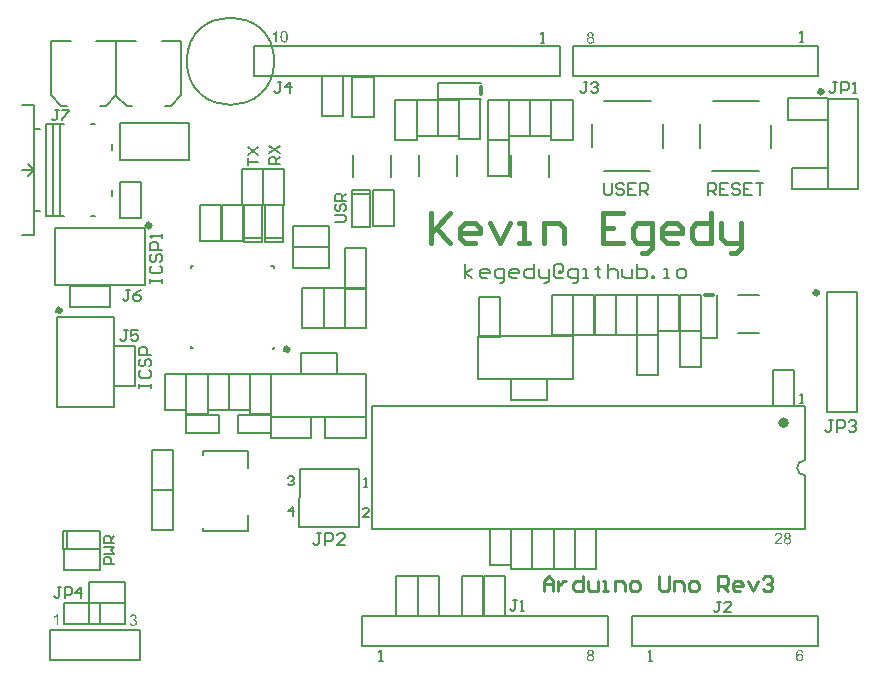
<source format=gto>
G04*
G04 #@! TF.GenerationSoftware,Altium Limited,Altium Designer,23.2.1 (34)*
G04*
G04 Layer_Color=65535*
%FSLAX44Y44*%
%MOMM*%
G71*
G04*
G04 #@! TF.SameCoordinates,4F847AC2-02D0-4AD0-BDAF-0AB3E8A313E0*
G04*
G04*
G04 #@! TF.FilePolarity,Positive*
G04*
G01*
G75*
%ADD10C,0.5000*%
%ADD11C,0.2000*%
%ADD12C,0.3000*%
%ADD13C,0.2500*%
%ADD14C,0.4000*%
G36*
X616637Y108783D02*
X616750Y108769D01*
X616891Y108755D01*
X617046Y108727D01*
X617201Y108699D01*
X617567Y108600D01*
X617934Y108459D01*
X618117Y108375D01*
X618301Y108276D01*
X618470Y108149D01*
X618625Y108008D01*
X618639Y107994D01*
X618667Y107980D01*
X618695Y107923D01*
X618752Y107867D01*
X618822Y107796D01*
X618893Y107698D01*
X618963Y107599D01*
X619048Y107472D01*
X619189Y107205D01*
X619329Y106866D01*
X619386Y106697D01*
X619414Y106500D01*
X619442Y106302D01*
X619456Y106091D01*
Y106063D01*
Y105992D01*
X619442Y105879D01*
X619428Y105724D01*
X619400Y105555D01*
X619344Y105358D01*
X619287Y105146D01*
X619203Y104935D01*
X619189Y104907D01*
X619160Y104836D01*
X619104Y104723D01*
X619019Y104568D01*
X618907Y104399D01*
X618766Y104188D01*
X618596Y103976D01*
X618399Y103737D01*
X618371Y103708D01*
X618301Y103624D01*
X618230Y103553D01*
X618159Y103483D01*
X618075Y103398D01*
X617962Y103286D01*
X617849Y103173D01*
X617708Y103046D01*
X617567Y102905D01*
X617398Y102750D01*
X617215Y102595D01*
X617018Y102411D01*
X616792Y102228D01*
X616567Y102031D01*
X616552Y102017D01*
X616524Y101989D01*
X616468Y101946D01*
X616397Y101890D01*
X616313Y101805D01*
X616214Y101721D01*
X615989Y101538D01*
X615749Y101326D01*
X615523Y101115D01*
X615326Y100931D01*
X615241Y100861D01*
X615171Y100790D01*
X615157Y100776D01*
X615115Y100734D01*
X615058Y100677D01*
X614988Y100593D01*
X614917Y100494D01*
X614833Y100396D01*
X614663Y100156D01*
X619470D01*
Y99000D01*
X613000D01*
Y99014D01*
Y99071D01*
Y99155D01*
X613014Y99268D01*
X613028Y99395D01*
X613056Y99536D01*
X613085Y99677D01*
X613141Y99832D01*
Y99846D01*
X613155Y99860D01*
X613183Y99944D01*
X613240Y100071D01*
X613324Y100240D01*
X613437Y100438D01*
X613578Y100663D01*
X613733Y100889D01*
X613930Y101129D01*
Y101143D01*
X613959Y101157D01*
X614029Y101241D01*
X614156Y101368D01*
X614339Y101552D01*
X614551Y101763D01*
X614818Y102017D01*
X615143Y102299D01*
X615495Y102595D01*
X615509Y102609D01*
X615566Y102651D01*
X615650Y102722D01*
X615749Y102806D01*
X615876Y102919D01*
X616031Y103046D01*
X616186Y103187D01*
X616369Y103342D01*
X616722Y103680D01*
X617074Y104018D01*
X617243Y104188D01*
X617398Y104357D01*
X617539Y104512D01*
X617652Y104667D01*
Y104681D01*
X617680Y104695D01*
X617708Y104738D01*
X617737Y104794D01*
X617835Y104949D01*
X617948Y105132D01*
X618047Y105358D01*
X618145Y105597D01*
X618202Y105865D01*
X618230Y106119D01*
Y106133D01*
Y106147D01*
X618216Y106232D01*
X618202Y106373D01*
X618159Y106528D01*
X618103Y106725D01*
X618004Y106923D01*
X617878Y107120D01*
X617708Y107317D01*
X617680Y107345D01*
X617610Y107402D01*
X617511Y107472D01*
X617356Y107571D01*
X617159Y107656D01*
X616933Y107740D01*
X616665Y107796D01*
X616369Y107811D01*
X616285D01*
X616228Y107796D01*
X616059Y107782D01*
X615862Y107740D01*
X615650Y107684D01*
X615411Y107585D01*
X615185Y107458D01*
X614974Y107289D01*
X614945Y107261D01*
X614889Y107190D01*
X614804Y107078D01*
X614720Y106908D01*
X614621Y106711D01*
X614537Y106457D01*
X614480Y106175D01*
X614452Y105851D01*
X613226Y105978D01*
Y105992D01*
X613240Y106034D01*
Y106105D01*
X613254Y106204D01*
X613282Y106316D01*
X613310Y106443D01*
X613352Y106598D01*
X613395Y106753D01*
X613507Y107092D01*
X613677Y107430D01*
X613775Y107599D01*
X613902Y107768D01*
X614029Y107923D01*
X614170Y108064D01*
X614184Y108078D01*
X614212Y108093D01*
X614255Y108135D01*
X614325Y108177D01*
X614410Y108233D01*
X614508Y108290D01*
X614621Y108360D01*
X614762Y108431D01*
X614917Y108501D01*
X615086Y108572D01*
X615270Y108628D01*
X615467Y108685D01*
X615678Y108727D01*
X615904Y108769D01*
X616144Y108783D01*
X616397Y108797D01*
X616538D01*
X616637Y108783D01*
D02*
G37*
G36*
X624137D02*
X624249Y108769D01*
X624376Y108755D01*
X624517Y108741D01*
X624658Y108699D01*
X624996Y108614D01*
X625335Y108487D01*
X625504Y108403D01*
X625673Y108304D01*
X625828Y108177D01*
X625983Y108050D01*
X625997Y108036D01*
X626012Y108022D01*
X626054Y107980D01*
X626110Y107923D01*
X626167Y107839D01*
X626237Y107754D01*
X626378Y107543D01*
X626519Y107275D01*
X626646Y106965D01*
X626745Y106612D01*
X626759Y106429D01*
X626773Y106232D01*
Y106218D01*
Y106204D01*
Y106119D01*
X626759Y105992D01*
X626730Y105837D01*
X626688Y105640D01*
X626618Y105442D01*
X626533Y105245D01*
X626406Y105048D01*
X626392Y105019D01*
X626336Y104963D01*
X626251Y104879D01*
X626138Y104766D01*
X625983Y104639D01*
X625800Y104512D01*
X625589Y104385D01*
X625335Y104272D01*
X625349D01*
X625377Y104258D01*
X625420Y104244D01*
X625476Y104216D01*
X625645Y104145D01*
X625842Y104047D01*
X626054Y103906D01*
X626279Y103751D01*
X626491Y103553D01*
X626688Y103328D01*
Y103314D01*
X626702Y103300D01*
X626759Y103215D01*
X626843Y103074D01*
X626928Y102891D01*
X627012Y102665D01*
X627097Y102397D01*
X627153Y102101D01*
X627168Y101777D01*
Y101763D01*
Y101721D01*
Y101650D01*
X627153Y101566D01*
X627139Y101467D01*
X627125Y101340D01*
X627097Y101199D01*
X627055Y101044D01*
X626956Y100720D01*
X626885Y100537D01*
X626787Y100367D01*
X626688Y100184D01*
X626575Y100015D01*
X626434Y99846D01*
X626279Y99677D01*
X626265Y99663D01*
X626237Y99634D01*
X626195Y99592D01*
X626124Y99550D01*
X626026Y99479D01*
X625927Y99409D01*
X625800Y99338D01*
X625659Y99254D01*
X625504Y99169D01*
X625321Y99099D01*
X625123Y99028D01*
X624926Y98958D01*
X624701Y98915D01*
X624461Y98873D01*
X624221Y98845D01*
X623953Y98831D01*
X623812D01*
X623714Y98845D01*
X623587Y98859D01*
X623446Y98873D01*
X623291Y98901D01*
X623122Y98944D01*
X622741Y99042D01*
X622544Y99113D01*
X622360Y99183D01*
X622163Y99282D01*
X621966Y99395D01*
X621782Y99522D01*
X621613Y99677D01*
X621599Y99691D01*
X621571Y99719D01*
X621529Y99761D01*
X621472Y99832D01*
X621416Y99916D01*
X621331Y100015D01*
X621261Y100128D01*
X621176Y100269D01*
X621092Y100410D01*
X621021Y100579D01*
X620880Y100931D01*
X620824Y101143D01*
X620782Y101354D01*
X620753Y101580D01*
X620739Y101805D01*
Y101819D01*
Y101848D01*
Y101904D01*
X620753Y101960D01*
Y102045D01*
X620767Y102144D01*
X620796Y102369D01*
X620852Y102623D01*
X620937Y102877D01*
X621063Y103145D01*
X621218Y103398D01*
Y103412D01*
X621247Y103427D01*
X621303Y103497D01*
X621416Y103610D01*
X621571Y103751D01*
X621768Y103892D01*
X622008Y104047D01*
X622276Y104174D01*
X622600Y104272D01*
X622586D01*
X622572Y104286D01*
X622530Y104300D01*
X622473Y104329D01*
X622346Y104385D01*
X622177Y104470D01*
X621994Y104582D01*
X621811Y104723D01*
X621642Y104879D01*
X621486Y105048D01*
X621472Y105076D01*
X621430Y105132D01*
X621374Y105245D01*
X621317Y105386D01*
X621247Y105569D01*
X621190Y105781D01*
X621148Y106020D01*
X621134Y106274D01*
Y106288D01*
Y106316D01*
Y106373D01*
X621148Y106457D01*
X621162Y106542D01*
X621176Y106655D01*
X621233Y106894D01*
X621317Y107176D01*
X621458Y107472D01*
X621543Y107627D01*
X621642Y107782D01*
X621768Y107923D01*
X621895Y108064D01*
X621909Y108078D01*
X621937Y108093D01*
X621980Y108135D01*
X622036Y108177D01*
X622107Y108233D01*
X622205Y108290D01*
X622318Y108360D01*
X622431Y108431D01*
X622572Y108501D01*
X622727Y108572D01*
X622896Y108628D01*
X623079Y108685D01*
X623474Y108769D01*
X623700Y108783D01*
X623925Y108797D01*
X624052D01*
X624137Y108783D01*
D02*
G37*
G36*
X70341Y39783D02*
X70524Y39755D01*
X70750Y39713D01*
X71003Y39642D01*
X71257Y39558D01*
X71511Y39445D01*
X71525D01*
X71539Y39431D01*
X71624Y39389D01*
X71751Y39304D01*
X71892Y39205D01*
X72061Y39064D01*
X72230Y38909D01*
X72399Y38726D01*
X72540Y38515D01*
X72554Y38486D01*
X72597Y38416D01*
X72653Y38289D01*
X72723Y38134D01*
X72794Y37951D01*
X72850Y37739D01*
X72892Y37500D01*
X72907Y37260D01*
Y37232D01*
Y37147D01*
X72892Y37034D01*
X72864Y36879D01*
X72822Y36696D01*
X72752Y36499D01*
X72667Y36301D01*
X72554Y36104D01*
X72540Y36076D01*
X72498Y36019D01*
X72413Y35921D01*
X72301Y35808D01*
X72160Y35681D01*
X71990Y35540D01*
X71793Y35413D01*
X71553Y35286D01*
X71567D01*
X71596Y35272D01*
X71638Y35258D01*
X71694Y35244D01*
X71849Y35188D01*
X72047Y35103D01*
X72272Y34990D01*
X72498Y34849D01*
X72709Y34666D01*
X72907Y34455D01*
X72921Y34426D01*
X72977Y34342D01*
X73062Y34201D01*
X73146Y34018D01*
X73231Y33792D01*
X73315Y33524D01*
X73372Y33214D01*
X73386Y32876D01*
Y32862D01*
Y32819D01*
Y32749D01*
X73372Y32664D01*
X73358Y32552D01*
X73330Y32425D01*
X73301Y32284D01*
X73273Y32129D01*
X73160Y31790D01*
X73076Y31607D01*
X72991Y31438D01*
X72878Y31255D01*
X72752Y31071D01*
X72611Y30888D01*
X72441Y30719D01*
X72427Y30705D01*
X72399Y30677D01*
X72343Y30634D01*
X72272Y30578D01*
X72188Y30508D01*
X72075Y30437D01*
X71948Y30352D01*
X71793Y30282D01*
X71638Y30197D01*
X71455Y30113D01*
X71271Y30042D01*
X71060Y29972D01*
X70834Y29915D01*
X70595Y29873D01*
X70355Y29845D01*
X70087Y29831D01*
X69960D01*
X69876Y29845D01*
X69763Y29859D01*
X69636Y29873D01*
X69495Y29901D01*
X69340Y29929D01*
X69002Y30014D01*
X68649Y30155D01*
X68466Y30240D01*
X68297Y30338D01*
X68128Y30465D01*
X67959Y30592D01*
X67944Y30606D01*
X67916Y30634D01*
X67874Y30677D01*
X67832Y30733D01*
X67761Y30803D01*
X67691Y30902D01*
X67606Y31001D01*
X67522Y31128D01*
X67437Y31269D01*
X67352Y31410D01*
X67197Y31748D01*
X67070Y32143D01*
X67028Y32354D01*
X67000Y32580D01*
X68198Y32735D01*
Y32721D01*
X68212Y32692D01*
X68226Y32636D01*
X68240Y32566D01*
X68255Y32481D01*
X68283Y32382D01*
X68353Y32171D01*
X68452Y31917D01*
X68579Y31677D01*
X68720Y31452D01*
X68889Y31255D01*
X68917Y31240D01*
X68974Y31184D01*
X69086Y31114D01*
X69227Y31043D01*
X69397Y30959D01*
X69608Y30888D01*
X69848Y30832D01*
X70101Y30818D01*
X70186D01*
X70242Y30832D01*
X70397Y30846D01*
X70595Y30888D01*
X70820Y30959D01*
X71060Y31057D01*
X71300Y31198D01*
X71525Y31396D01*
X71553Y31424D01*
X71624Y31508D01*
X71708Y31635D01*
X71821Y31804D01*
X71934Y32016D01*
X72018Y32255D01*
X72089Y32538D01*
X72117Y32848D01*
Y32862D01*
Y32890D01*
Y32932D01*
X72103Y32989D01*
X72089Y33144D01*
X72047Y33327D01*
X71990Y33552D01*
X71892Y33778D01*
X71751Y34004D01*
X71567Y34215D01*
X71539Y34243D01*
X71469Y34300D01*
X71356Y34384D01*
X71201Y34483D01*
X71003Y34581D01*
X70764Y34666D01*
X70496Y34722D01*
X70200Y34751D01*
X70073D01*
X69974Y34737D01*
X69848Y34722D01*
X69707Y34694D01*
X69538Y34666D01*
X69354Y34624D01*
X69495Y35681D01*
X69566D01*
X69622Y35667D01*
X69805D01*
X69960Y35695D01*
X70144Y35723D01*
X70355Y35766D01*
X70595Y35836D01*
X70820Y35935D01*
X71060Y36062D01*
X71074D01*
X71088Y36076D01*
X71159Y36132D01*
X71257Y36231D01*
X71370Y36358D01*
X71483Y36541D01*
X71582Y36753D01*
X71652Y36992D01*
X71680Y37133D01*
Y37288D01*
Y37302D01*
Y37316D01*
Y37401D01*
X71652Y37514D01*
X71624Y37669D01*
X71567Y37838D01*
X71497Y38021D01*
X71384Y38204D01*
X71229Y38374D01*
X71215Y38388D01*
X71144Y38444D01*
X71046Y38515D01*
X70919Y38599D01*
X70750Y38670D01*
X70552Y38740D01*
X70327Y38797D01*
X70073Y38811D01*
X69960D01*
X69833Y38782D01*
X69664Y38754D01*
X69481Y38698D01*
X69298Y38627D01*
X69100Y38515D01*
X68917Y38374D01*
X68903Y38359D01*
X68847Y38289D01*
X68762Y38190D01*
X68663Y38049D01*
X68565Y37866D01*
X68466Y37641D01*
X68382Y37373D01*
X68325Y37063D01*
X67127Y37274D01*
Y37288D01*
X67141Y37330D01*
X67155Y37387D01*
X67169Y37471D01*
X67197Y37570D01*
X67240Y37683D01*
X67324Y37951D01*
X67465Y38261D01*
X67634Y38571D01*
X67846Y38867D01*
X68114Y39135D01*
X68128Y39149D01*
X68156Y39163D01*
X68198Y39191D01*
X68255Y39234D01*
X68325Y39290D01*
X68424Y39346D01*
X68523Y39403D01*
X68649Y39473D01*
X68931Y39586D01*
X69255Y39699D01*
X69636Y39769D01*
X69833Y39797D01*
X70186D01*
X70341Y39783D01*
D02*
G37*
G36*
X457397Y9783D02*
X457510Y9769D01*
X457637Y9755D01*
X457778Y9741D01*
X457919Y9699D01*
X458257Y9614D01*
X458596Y9487D01*
X458765Y9403D01*
X458934Y9304D01*
X459089Y9177D01*
X459244Y9050D01*
X459258Y9036D01*
X459272Y9022D01*
X459315Y8980D01*
X459371Y8923D01*
X459427Y8839D01*
X459498Y8754D01*
X459639Y8543D01*
X459780Y8275D01*
X459907Y7965D01*
X460005Y7612D01*
X460019Y7429D01*
X460033Y7232D01*
Y7218D01*
Y7204D01*
Y7119D01*
X460019Y6992D01*
X459991Y6837D01*
X459949Y6640D01*
X459879Y6442D01*
X459794Y6245D01*
X459667Y6048D01*
X459653Y6019D01*
X459596Y5963D01*
X459512Y5878D01*
X459399Y5766D01*
X459244Y5639D01*
X459061Y5512D01*
X458849Y5385D01*
X458596Y5272D01*
X458610D01*
X458638Y5258D01*
X458680Y5244D01*
X458737Y5216D01*
X458906Y5145D01*
X459103Y5047D01*
X459315Y4906D01*
X459540Y4751D01*
X459752Y4553D01*
X459949Y4328D01*
Y4314D01*
X459963Y4300D01*
X460019Y4215D01*
X460104Y4074D01*
X460189Y3891D01*
X460273Y3665D01*
X460358Y3397D01*
X460414Y3101D01*
X460428Y2777D01*
Y2763D01*
Y2721D01*
Y2650D01*
X460414Y2566D01*
X460400Y2467D01*
X460386Y2340D01*
X460358Y2199D01*
X460316Y2044D01*
X460217Y1720D01*
X460146Y1537D01*
X460048Y1367D01*
X459949Y1184D01*
X459836Y1015D01*
X459695Y846D01*
X459540Y677D01*
X459526Y663D01*
X459498Y634D01*
X459455Y592D01*
X459385Y550D01*
X459286Y479D01*
X459188Y409D01*
X459061Y338D01*
X458920Y254D01*
X458765Y169D01*
X458582Y99D01*
X458384Y28D01*
X458187Y-42D01*
X457961Y-85D01*
X457722Y-127D01*
X457482Y-155D01*
X457214Y-169D01*
X457073D01*
X456974Y-155D01*
X456848Y-141D01*
X456707Y-127D01*
X456552Y-99D01*
X456382Y-56D01*
X456002Y42D01*
X455804Y113D01*
X455621Y183D01*
X455424Y282D01*
X455226Y395D01*
X455043Y522D01*
X454874Y677D01*
X454860Y691D01*
X454832Y719D01*
X454789Y761D01*
X454733Y832D01*
X454677Y916D01*
X454592Y1015D01*
X454522Y1128D01*
X454437Y1269D01*
X454352Y1410D01*
X454282Y1579D01*
X454141Y1931D01*
X454085Y2143D01*
X454042Y2354D01*
X454014Y2580D01*
X454000Y2805D01*
Y2819D01*
Y2848D01*
Y2904D01*
X454014Y2960D01*
Y3045D01*
X454028Y3144D01*
X454056Y3369D01*
X454113Y3623D01*
X454197Y3877D01*
X454324Y4144D01*
X454479Y4398D01*
Y4412D01*
X454507Y4426D01*
X454564Y4497D01*
X454677Y4610D01*
X454832Y4751D01*
X455029Y4892D01*
X455269Y5047D01*
X455537Y5174D01*
X455861Y5272D01*
X455847D01*
X455833Y5286D01*
X455790Y5300D01*
X455734Y5329D01*
X455607Y5385D01*
X455438Y5470D01*
X455255Y5582D01*
X455071Y5723D01*
X454902Y5878D01*
X454747Y6048D01*
X454733Y6076D01*
X454691Y6132D01*
X454634Y6245D01*
X454578Y6386D01*
X454507Y6569D01*
X454451Y6781D01*
X454409Y7020D01*
X454395Y7274D01*
Y7288D01*
Y7316D01*
Y7373D01*
X454409Y7457D01*
X454423Y7542D01*
X454437Y7655D01*
X454493Y7894D01*
X454578Y8176D01*
X454719Y8472D01*
X454804Y8627D01*
X454902Y8782D01*
X455029Y8923D01*
X455156Y9064D01*
X455170Y9079D01*
X455198Y9093D01*
X455241Y9135D01*
X455297Y9177D01*
X455367Y9233D01*
X455466Y9290D01*
X455579Y9360D01*
X455692Y9431D01*
X455833Y9501D01*
X455988Y9572D01*
X456157Y9628D01*
X456340Y9685D01*
X456735Y9769D01*
X456960Y9783D01*
X457186Y9797D01*
X457313D01*
X457397Y9783D01*
D02*
G37*
G36*
X6595Y30500D02*
X5397D01*
Y38126D01*
X5382Y38112D01*
X5312Y38056D01*
X5227Y37971D01*
X5086Y37873D01*
X4931Y37746D01*
X4734Y37605D01*
X4508Y37450D01*
X4255Y37295D01*
X4241D01*
X4226Y37281D01*
X4142Y37224D01*
X4001Y37154D01*
X3832Y37069D01*
X3634Y36971D01*
X3423Y36872D01*
X3211Y36773D01*
X3000Y36689D01*
Y37845D01*
X3014D01*
X3042Y37873D01*
X3099Y37887D01*
X3169Y37929D01*
X3254Y37971D01*
X3352Y38028D01*
X3592Y38169D01*
X3874Y38324D01*
X4156Y38521D01*
X4452Y38747D01*
X4748Y38986D01*
X4762Y39000D01*
X4776Y39015D01*
X4818Y39057D01*
X4875Y39099D01*
X5002Y39240D01*
X5171Y39409D01*
X5340Y39607D01*
X5523Y39832D01*
X5678Y40058D01*
X5819Y40297D01*
X6595D01*
Y30500D01*
D02*
G37*
G36*
X191595Y524000D02*
X190396D01*
Y531627D01*
X190382Y531612D01*
X190312Y531556D01*
X190227Y531471D01*
X190086Y531373D01*
X189931Y531246D01*
X189734Y531105D01*
X189508Y530950D01*
X189255Y530795D01*
X189240D01*
X189226Y530781D01*
X189142Y530724D01*
X189001Y530654D01*
X188832Y530569D01*
X188634Y530471D01*
X188423Y530372D01*
X188211Y530273D01*
X188000Y530189D01*
Y531344D01*
X188014D01*
X188042Y531373D01*
X188099Y531387D01*
X188169Y531429D01*
X188254Y531471D01*
X188352Y531528D01*
X188592Y531669D01*
X188874Y531824D01*
X189156Y532021D01*
X189452Y532247D01*
X189748Y532486D01*
X189762Y532500D01*
X189776Y532515D01*
X189818Y532557D01*
X189875Y532599D01*
X190002Y532740D01*
X190171Y532909D01*
X190340Y533107D01*
X190523Y533332D01*
X190678Y533558D01*
X190819Y533797D01*
X191595D01*
Y524000D01*
D02*
G37*
G36*
X198136Y533783D02*
X198319Y533755D01*
X198531Y533713D01*
X198756Y533656D01*
X198996Y533586D01*
X199221Y533473D01*
X199235D01*
X199249Y533459D01*
X199320Y533417D01*
X199433Y533346D01*
X199574Y533248D01*
X199729Y533107D01*
X199898Y532952D01*
X200053Y532768D01*
X200208Y532557D01*
X200222Y532529D01*
X200278Y532458D01*
X200335Y532331D01*
X200434Y532148D01*
X200518Y531937D01*
X200631Y531697D01*
X200730Y531415D01*
X200814Y531105D01*
Y531091D01*
X200828Y531063D01*
X200842Y531020D01*
X200856Y530950D01*
X200871Y530865D01*
X200885Y530767D01*
X200913Y530640D01*
X200927Y530499D01*
X200955Y530344D01*
X200969Y530174D01*
X200983Y529977D01*
X201012Y529780D01*
X201026Y529554D01*
Y529329D01*
X201040Y529075D01*
Y528807D01*
Y528793D01*
Y528737D01*
Y528638D01*
Y528525D01*
X201026Y528370D01*
Y528201D01*
X201012Y528018D01*
X200997Y527820D01*
X200955Y527369D01*
X200885Y526904D01*
X200800Y526453D01*
X200744Y526241D01*
X200673Y526030D01*
Y526016D01*
X200659Y525988D01*
X200631Y525931D01*
X200603Y525861D01*
X200574Y525762D01*
X200518Y525663D01*
X200405Y525424D01*
X200264Y525170D01*
X200081Y524888D01*
X199870Y524634D01*
X199616Y524395D01*
X199602D01*
X199588Y524366D01*
X199545Y524338D01*
X199489Y524310D01*
X199419Y524268D01*
X199348Y524211D01*
X199137Y524113D01*
X198883Y524014D01*
X198587Y523915D01*
X198234Y523859D01*
X197854Y523831D01*
X197713D01*
X197614Y523845D01*
X197501Y523859D01*
X197360Y523887D01*
X197205Y523915D01*
X197036Y523958D01*
X196867Y524014D01*
X196684Y524071D01*
X196500Y524155D01*
X196317Y524254D01*
X196134Y524366D01*
X195951Y524507D01*
X195781Y524663D01*
X195627Y524832D01*
X195612Y524846D01*
X195584Y524888D01*
X195542Y524959D01*
X195471Y525071D01*
X195401Y525198D01*
X195330Y525367D01*
X195232Y525565D01*
X195147Y525790D01*
X195063Y526044D01*
X194978Y526340D01*
X194893Y526664D01*
X194823Y527031D01*
X194753Y527426D01*
X194710Y527849D01*
X194682Y528314D01*
X194668Y528807D01*
Y528821D01*
Y528878D01*
Y528976D01*
Y529089D01*
X194682Y529244D01*
Y529413D01*
X194696Y529596D01*
X194710Y529808D01*
X194753Y530245D01*
X194823Y530710D01*
X194907Y531175D01*
X194964Y531387D01*
X195020Y531598D01*
Y531612D01*
X195034Y531641D01*
X195063Y531697D01*
X195091Y531767D01*
X195119Y531866D01*
X195175Y531965D01*
X195288Y532204D01*
X195429Y532458D01*
X195612Y532726D01*
X195824Y532994D01*
X196078Y533219D01*
X196092D01*
X196106Y533248D01*
X196148Y533276D01*
X196204Y533304D01*
X196275Y533360D01*
X196360Y533403D01*
X196571Y533516D01*
X196825Y533614D01*
X197121Y533713D01*
X197473Y533769D01*
X197854Y533797D01*
X197981D01*
X198136Y533783D01*
D02*
G37*
G36*
X457397Y532783D02*
X457510Y532769D01*
X457637Y532755D01*
X457778Y532741D01*
X457919Y532699D01*
X458257Y532614D01*
X458596Y532487D01*
X458765Y532403D01*
X458934Y532304D01*
X459089Y532177D01*
X459244Y532050D01*
X459258Y532036D01*
X459272Y532022D01*
X459315Y531980D01*
X459371Y531923D01*
X459427Y531839D01*
X459498Y531754D01*
X459639Y531543D01*
X459780Y531275D01*
X459907Y530965D01*
X460005Y530612D01*
X460019Y530429D01*
X460033Y530232D01*
Y530218D01*
Y530204D01*
Y530119D01*
X460019Y529992D01*
X459991Y529837D01*
X459949Y529640D01*
X459879Y529442D01*
X459794Y529245D01*
X459667Y529048D01*
X459653Y529019D01*
X459596Y528963D01*
X459512Y528878D01*
X459399Y528766D01*
X459244Y528639D01*
X459061Y528512D01*
X458849Y528385D01*
X458596Y528272D01*
X458610D01*
X458638Y528258D01*
X458680Y528244D01*
X458737Y528216D01*
X458906Y528145D01*
X459103Y528047D01*
X459315Y527906D01*
X459540Y527751D01*
X459752Y527553D01*
X459949Y527328D01*
Y527314D01*
X459963Y527300D01*
X460019Y527215D01*
X460104Y527074D01*
X460189Y526891D01*
X460273Y526665D01*
X460358Y526397D01*
X460414Y526101D01*
X460428Y525777D01*
Y525763D01*
Y525721D01*
Y525650D01*
X460414Y525566D01*
X460400Y525467D01*
X460386Y525340D01*
X460358Y525199D01*
X460316Y525044D01*
X460217Y524720D01*
X460146Y524537D01*
X460048Y524367D01*
X459949Y524184D01*
X459836Y524015D01*
X459695Y523846D01*
X459540Y523677D01*
X459526Y523663D01*
X459498Y523634D01*
X459455Y523592D01*
X459385Y523550D01*
X459286Y523479D01*
X459188Y523409D01*
X459061Y523338D01*
X458920Y523254D01*
X458765Y523169D01*
X458582Y523099D01*
X458384Y523028D01*
X458187Y522958D01*
X457961Y522915D01*
X457722Y522873D01*
X457482Y522845D01*
X457214Y522831D01*
X457073D01*
X456974Y522845D01*
X456848Y522859D01*
X456707Y522873D01*
X456552Y522901D01*
X456382Y522944D01*
X456002Y523042D01*
X455804Y523113D01*
X455621Y523183D01*
X455424Y523282D01*
X455226Y523395D01*
X455043Y523522D01*
X454874Y523677D01*
X454860Y523691D01*
X454832Y523719D01*
X454789Y523761D01*
X454733Y523832D01*
X454677Y523916D01*
X454592Y524015D01*
X454522Y524128D01*
X454437Y524269D01*
X454352Y524410D01*
X454282Y524579D01*
X454141Y524931D01*
X454085Y525143D01*
X454042Y525354D01*
X454014Y525580D01*
X454000Y525805D01*
Y525819D01*
Y525848D01*
Y525904D01*
X454014Y525960D01*
Y526045D01*
X454028Y526144D01*
X454056Y526369D01*
X454113Y526623D01*
X454197Y526877D01*
X454324Y527145D01*
X454479Y527398D01*
Y527412D01*
X454507Y527426D01*
X454564Y527497D01*
X454677Y527610D01*
X454832Y527751D01*
X455029Y527892D01*
X455269Y528047D01*
X455537Y528174D01*
X455861Y528272D01*
X455847D01*
X455833Y528286D01*
X455790Y528301D01*
X455734Y528329D01*
X455607Y528385D01*
X455438Y528470D01*
X455255Y528582D01*
X455071Y528723D01*
X454902Y528878D01*
X454747Y529048D01*
X454733Y529076D01*
X454691Y529132D01*
X454634Y529245D01*
X454578Y529386D01*
X454507Y529569D01*
X454451Y529781D01*
X454409Y530020D01*
X454395Y530274D01*
Y530288D01*
Y530316D01*
Y530373D01*
X454409Y530457D01*
X454423Y530542D01*
X454437Y530655D01*
X454493Y530894D01*
X454578Y531176D01*
X454719Y531472D01*
X454804Y531627D01*
X454902Y531782D01*
X455029Y531923D01*
X455156Y532064D01*
X455170Y532079D01*
X455198Y532093D01*
X455241Y532135D01*
X455297Y532177D01*
X455367Y532234D01*
X455466Y532290D01*
X455579Y532360D01*
X455692Y532431D01*
X455833Y532501D01*
X455988Y532572D01*
X456157Y532628D01*
X456340Y532685D01*
X456735Y532769D01*
X456960Y532783D01*
X457186Y532797D01*
X457313D01*
X457397Y532783D01*
D02*
G37*
G36*
X634707Y9783D02*
X634806D01*
X634919Y9769D01*
X635187Y9713D01*
X635483Y9642D01*
X635793Y9530D01*
X636103Y9360D01*
X636258Y9262D01*
X636399Y9149D01*
X636413Y9135D01*
X636427Y9121D01*
X636470Y9079D01*
X636512Y9036D01*
X636582Y8966D01*
X636639Y8881D01*
X636794Y8684D01*
X636949Y8430D01*
X637090Y8120D01*
X637217Y7767D01*
X637301Y7373D01*
X636103Y7274D01*
Y7288D01*
X636089Y7302D01*
X636075Y7387D01*
X636033Y7514D01*
X635976Y7669D01*
X635920Y7838D01*
X635835Y8007D01*
X635737Y8162D01*
X635638Y8289D01*
X635610Y8317D01*
X635553Y8374D01*
X635455Y8458D01*
X635314Y8557D01*
X635130Y8641D01*
X634933Y8726D01*
X634693Y8782D01*
X634440Y8811D01*
X634341D01*
X634228Y8796D01*
X634101Y8768D01*
X633932Y8726D01*
X633763Y8670D01*
X633594Y8599D01*
X633425Y8486D01*
X633396Y8472D01*
X633326Y8416D01*
X633227Y8317D01*
X633101Y8176D01*
X632960Y8007D01*
X632804Y7810D01*
X632663Y7556D01*
X632523Y7274D01*
Y7260D01*
X632508Y7232D01*
X632494Y7189D01*
X632466Y7133D01*
X632452Y7049D01*
X632424Y6950D01*
X632396Y6837D01*
X632367Y6696D01*
X632325Y6541D01*
X632297Y6372D01*
X632269Y6189D01*
X632255Y5991D01*
X632226Y5766D01*
X632212Y5540D01*
X632198Y5286D01*
Y5033D01*
X632212Y5047D01*
X632269Y5131D01*
X632367Y5244D01*
X632494Y5385D01*
X632635Y5554D01*
X632818Y5709D01*
X633016Y5864D01*
X633241Y6005D01*
X633256D01*
X633270Y6019D01*
X633354Y6062D01*
X633481Y6104D01*
X633650Y6174D01*
X633848Y6231D01*
X634073Y6273D01*
X634313Y6316D01*
X634566Y6330D01*
X634679D01*
X634764Y6316D01*
X634877Y6301D01*
X634990Y6287D01*
X635130Y6259D01*
X635271Y6217D01*
X635596Y6118D01*
X635765Y6048D01*
X635934Y5949D01*
X636103Y5850D01*
X636286Y5738D01*
X636455Y5597D01*
X636611Y5441D01*
X636625Y5427D01*
X636653Y5399D01*
X636695Y5357D01*
X636738Y5286D01*
X636808Y5188D01*
X636879Y5089D01*
X636949Y4962D01*
X637034Y4821D01*
X637118Y4666D01*
X637189Y4497D01*
X637259Y4300D01*
X637330Y4102D01*
X637372Y3891D01*
X637414Y3651D01*
X637442Y3411D01*
X637456Y3158D01*
Y3144D01*
Y3115D01*
Y3073D01*
Y3003D01*
X637442Y2918D01*
Y2833D01*
X637400Y2608D01*
X637358Y2340D01*
X637287Y2058D01*
X637189Y1748D01*
X637048Y1452D01*
Y1438D01*
X637034Y1424D01*
X637005Y1382D01*
X636977Y1325D01*
X636893Y1184D01*
X636766Y1001D01*
X636611Y803D01*
X636427Y606D01*
X636202Y409D01*
X635962Y240D01*
X635948D01*
X635934Y226D01*
X635892Y197D01*
X635835Y183D01*
X635694Y113D01*
X635511Y42D01*
X635271Y-42D01*
X635004Y-99D01*
X634707Y-155D01*
X634383Y-169D01*
X634313D01*
X634242Y-155D01*
X634129D01*
X634003Y-141D01*
X633862Y-113D01*
X633693Y-71D01*
X633523Y-28D01*
X633326Y28D01*
X633129Y99D01*
X632931Y183D01*
X632720Y296D01*
X632523Y423D01*
X632325Y564D01*
X632128Y733D01*
X631945Y930D01*
X631930Y944D01*
X631902Y987D01*
X631860Y1043D01*
X631804Y1142D01*
X631719Y1269D01*
X631648Y1410D01*
X631564Y1593D01*
X631479Y1790D01*
X631381Y2030D01*
X631296Y2298D01*
X631226Y2594D01*
X631155Y2918D01*
X631085Y3285D01*
X631042Y3679D01*
X631014Y4102D01*
X631000Y4553D01*
Y4567D01*
Y4581D01*
Y4624D01*
Y4680D01*
X631014Y4821D01*
Y5019D01*
X631028Y5244D01*
X631056Y5512D01*
X631085Y5808D01*
X631127Y6132D01*
X631183Y6456D01*
X631254Y6809D01*
X631338Y7147D01*
X631437Y7485D01*
X631564Y7810D01*
X631705Y8120D01*
X631860Y8416D01*
X632043Y8670D01*
X632057Y8684D01*
X632085Y8712D01*
X632142Y8768D01*
X632212Y8853D01*
X632297Y8938D01*
X632410Y9022D01*
X632551Y9135D01*
X632692Y9233D01*
X632861Y9332D01*
X633044Y9445D01*
X633256Y9530D01*
X633467Y9628D01*
X633707Y9699D01*
X633960Y9755D01*
X634228Y9783D01*
X634510Y9797D01*
X634623D01*
X634707Y9783D01*
D02*
G37*
%LPC*%
G36*
X623953Y107811D02*
X623841D01*
X623714Y107782D01*
X623545Y107754D01*
X623361Y107698D01*
X623164Y107627D01*
X622981Y107515D01*
X622797Y107360D01*
X622783Y107345D01*
X622727Y107289D01*
X622656Y107190D01*
X622586Y107064D01*
X622501Y106908D01*
X622431Y106725D01*
X622374Y106528D01*
X622360Y106302D01*
Y106288D01*
Y106274D01*
X622374Y106189D01*
X622389Y106063D01*
X622417Y105907D01*
X622473Y105724D01*
X622544Y105541D01*
X622656Y105344D01*
X622797Y105175D01*
X622812Y105160D01*
X622882Y105104D01*
X622981Y105034D01*
X623107Y104963D01*
X623277Y104879D01*
X623474Y104808D01*
X623700Y104752D01*
X623953Y104738D01*
X623982D01*
X624066Y104752D01*
X624193Y104766D01*
X624362Y104794D01*
X624545Y104850D01*
X624729Y104921D01*
X624926Y105034D01*
X625095Y105175D01*
X625109Y105189D01*
X625166Y105259D01*
X625236Y105344D01*
X625321Y105471D01*
X625405Y105626D01*
X625476Y105809D01*
X625532Y106020D01*
X625546Y106246D01*
Y106260D01*
Y106274D01*
Y106359D01*
X625518Y106486D01*
X625490Y106641D01*
X625434Y106810D01*
X625349Y106993D01*
X625236Y107176D01*
X625081Y107360D01*
X625067Y107374D01*
X624996Y107430D01*
X624898Y107500D01*
X624771Y107585D01*
X624602Y107670D01*
X624419Y107740D01*
X624193Y107796D01*
X623953Y107811D01*
D02*
G37*
G36*
X623911Y103765D02*
X623826D01*
X623770Y103751D01*
X623615Y103737D01*
X623418Y103694D01*
X623192Y103624D01*
X622967Y103525D01*
X622727Y103384D01*
X622515Y103201D01*
X622487Y103173D01*
X622431Y103102D01*
X622346Y102975D01*
X622248Y102820D01*
X622135Y102609D01*
X622050Y102369D01*
X621994Y102101D01*
X621966Y101805D01*
Y101777D01*
Y101721D01*
X621980Y101622D01*
X621994Y101495D01*
X622022Y101340D01*
X622064Y101171D01*
X622121Y101002D01*
X622191Y100819D01*
X622205Y100804D01*
X622234Y100734D01*
X622290Y100649D01*
X622374Y100551D01*
X622473Y100424D01*
X622600Y100297D01*
X622741Y100184D01*
X622910Y100071D01*
X622938Y100057D01*
X622995Y100029D01*
X623093Y99987D01*
X623220Y99944D01*
X623375Y99902D01*
X623559Y99860D01*
X623756Y99832D01*
X623953Y99818D01*
X624038D01*
X624094Y99832D01*
X624263Y99846D01*
X624461Y99888D01*
X624686Y99959D01*
X624926Y100043D01*
X625152Y100184D01*
X625377Y100367D01*
X625405Y100396D01*
X625462Y100466D01*
X625560Y100593D01*
X625659Y100748D01*
X625758Y100945D01*
X625857Y101185D01*
X625913Y101467D01*
X625941Y101763D01*
Y101777D01*
Y101805D01*
Y101848D01*
X625927Y101904D01*
X625913Y102059D01*
X625871Y102270D01*
X625800Y102482D01*
X625701Y102722D01*
X625560Y102961D01*
X625363Y103187D01*
X625335Y103215D01*
X625264Y103271D01*
X625137Y103370D01*
X624968Y103483D01*
X624757Y103581D01*
X624503Y103680D01*
X624221Y103737D01*
X623911Y103765D01*
D02*
G37*
G36*
X457214Y8811D02*
X457101D01*
X456974Y8782D01*
X456805Y8754D01*
X456622Y8698D01*
X456425Y8627D01*
X456241Y8515D01*
X456058Y8360D01*
X456044Y8345D01*
X455988Y8289D01*
X455917Y8190D01*
X455847Y8063D01*
X455762Y7908D01*
X455692Y7725D01*
X455635Y7528D01*
X455621Y7302D01*
Y7288D01*
Y7274D01*
X455635Y7189D01*
X455649Y7063D01*
X455677Y6908D01*
X455734Y6724D01*
X455804Y6541D01*
X455917Y6344D01*
X456058Y6174D01*
X456072Y6160D01*
X456143Y6104D01*
X456241Y6033D01*
X456368Y5963D01*
X456538Y5878D01*
X456735Y5808D01*
X456960Y5752D01*
X457214Y5738D01*
X457242D01*
X457327Y5752D01*
X457454Y5766D01*
X457623Y5794D01*
X457806Y5850D01*
X457990Y5921D01*
X458187Y6033D01*
X458356Y6174D01*
X458370Y6189D01*
X458427Y6259D01*
X458497Y6344D01*
X458582Y6471D01*
X458666Y6626D01*
X458737Y6809D01*
X458793Y7020D01*
X458807Y7246D01*
Y7260D01*
Y7274D01*
Y7359D01*
X458779Y7485D01*
X458751Y7641D01*
X458694Y7810D01*
X458610Y7993D01*
X458497Y8176D01*
X458342Y8360D01*
X458328Y8374D01*
X458257Y8430D01*
X458159Y8500D01*
X458032Y8585D01*
X457863Y8670D01*
X457679Y8740D01*
X457454Y8796D01*
X457214Y8811D01*
D02*
G37*
G36*
X457172Y4765D02*
X457087D01*
X457031Y4751D01*
X456876Y4737D01*
X456678Y4694D01*
X456453Y4624D01*
X456227Y4525D01*
X455988Y4384D01*
X455776Y4201D01*
X455748Y4173D01*
X455692Y4102D01*
X455607Y3975D01*
X455508Y3820D01*
X455396Y3609D01*
X455311Y3369D01*
X455255Y3101D01*
X455226Y2805D01*
Y2777D01*
Y2721D01*
X455241Y2622D01*
X455255Y2495D01*
X455283Y2340D01*
X455325Y2171D01*
X455382Y2002D01*
X455452Y1819D01*
X455466Y1804D01*
X455494Y1734D01*
X455551Y1649D01*
X455635Y1551D01*
X455734Y1424D01*
X455861Y1297D01*
X456002Y1184D01*
X456171Y1071D01*
X456199Y1057D01*
X456255Y1029D01*
X456354Y987D01*
X456481Y944D01*
X456636Y902D01*
X456819Y860D01*
X457017Y832D01*
X457214Y818D01*
X457299D01*
X457355Y832D01*
X457524Y846D01*
X457722Y888D01*
X457947Y959D01*
X458187Y1043D01*
X458412Y1184D01*
X458638Y1367D01*
X458666Y1396D01*
X458722Y1466D01*
X458821Y1593D01*
X458920Y1748D01*
X459019Y1945D01*
X459117Y2185D01*
X459174Y2467D01*
X459202Y2763D01*
Y2777D01*
Y2805D01*
Y2848D01*
X459188Y2904D01*
X459174Y3059D01*
X459131Y3271D01*
X459061Y3482D01*
X458962Y3722D01*
X458821Y3961D01*
X458624Y4187D01*
X458596Y4215D01*
X458525Y4271D01*
X458398Y4370D01*
X458229Y4483D01*
X458018Y4581D01*
X457764Y4680D01*
X457482Y4737D01*
X457172Y4765D01*
D02*
G37*
G36*
X197840Y532811D02*
X197755D01*
X197699Y532797D01*
X197544Y532768D01*
X197360Y532726D01*
X197149Y532641D01*
X196923Y532515D01*
X196811Y532430D01*
X196698Y532345D01*
X196599Y532233D01*
X196500Y532106D01*
Y532092D01*
X196472Y532063D01*
X196444Y532007D01*
X196402Y531937D01*
X196360Y531824D01*
X196303Y531697D01*
X196261Y531542D01*
X196204Y531359D01*
X196148Y531147D01*
X196092Y530908D01*
X196035Y530640D01*
X195993Y530344D01*
X195951Y530005D01*
X195923Y529639D01*
X195908Y529244D01*
X195894Y528807D01*
Y528779D01*
Y528708D01*
Y528582D01*
X195908Y528412D01*
Y528229D01*
X195923Y528004D01*
X195937Y527764D01*
X195965Y527510D01*
X196035Y526960D01*
X196078Y526693D01*
X196134Y526439D01*
X196190Y526199D01*
X196275Y525974D01*
X196360Y525776D01*
X196458Y525607D01*
Y525593D01*
X196486Y525579D01*
X196557Y525480D01*
X196684Y525353D01*
X196839Y525212D01*
X197050Y525071D01*
X197290Y524944D01*
X197558Y524846D01*
X197699Y524832D01*
X197854Y524818D01*
X197938D01*
X197995Y524832D01*
X198136Y524860D01*
X198333Y524916D01*
X198545Y525015D01*
X198784Y525156D01*
X198897Y525241D01*
X199010Y525353D01*
X199123Y525466D01*
X199235Y525607D01*
Y525621D01*
X199263Y525649D01*
X199292Y525692D01*
X199320Y525762D01*
X199376Y525861D01*
X199419Y525988D01*
X199475Y526129D01*
X199531Y526298D01*
X199574Y526509D01*
X199630Y526735D01*
X199686Y527003D01*
X199729Y527285D01*
X199757Y527623D01*
X199785Y527975D01*
X199813Y528370D01*
Y528807D01*
Y528821D01*
Y528835D01*
Y528906D01*
Y529033D01*
X199799Y529202D01*
Y529385D01*
X199785Y529611D01*
X199771Y529850D01*
X199743Y530118D01*
X199672Y530654D01*
X199630Y530922D01*
X199574Y531175D01*
X199517Y531415D01*
X199433Y531641D01*
X199348Y531838D01*
X199249Y532007D01*
Y532021D01*
X199221Y532035D01*
X199193Y532078D01*
X199151Y532134D01*
X199024Y532261D01*
X198869Y532416D01*
X198657Y532557D01*
X198418Y532684D01*
X198291Y532740D01*
X198150Y532782D01*
X197995Y532797D01*
X197840Y532811D01*
D02*
G37*
G36*
X457214Y531811D02*
X457101D01*
X456974Y531782D01*
X456805Y531754D01*
X456622Y531698D01*
X456425Y531627D01*
X456241Y531515D01*
X456058Y531359D01*
X456044Y531345D01*
X455988Y531289D01*
X455917Y531190D01*
X455847Y531063D01*
X455762Y530908D01*
X455692Y530725D01*
X455635Y530528D01*
X455621Y530302D01*
Y530288D01*
Y530274D01*
X455635Y530190D01*
X455649Y530063D01*
X455677Y529907D01*
X455734Y529724D01*
X455804Y529541D01*
X455917Y529344D01*
X456058Y529174D01*
X456072Y529160D01*
X456143Y529104D01*
X456241Y529034D01*
X456368Y528963D01*
X456538Y528878D01*
X456735Y528808D01*
X456960Y528752D01*
X457214Y528737D01*
X457242D01*
X457327Y528752D01*
X457454Y528766D01*
X457623Y528794D01*
X457806Y528850D01*
X457990Y528921D01*
X458187Y529034D01*
X458356Y529174D01*
X458370Y529189D01*
X458427Y529259D01*
X458497Y529344D01*
X458582Y529470D01*
X458666Y529626D01*
X458737Y529809D01*
X458793Y530020D01*
X458807Y530246D01*
Y530260D01*
Y530274D01*
Y530359D01*
X458779Y530485D01*
X458751Y530641D01*
X458694Y530810D01*
X458610Y530993D01*
X458497Y531176D01*
X458342Y531359D01*
X458328Y531374D01*
X458257Y531430D01*
X458159Y531501D01*
X458032Y531585D01*
X457863Y531670D01*
X457679Y531740D01*
X457454Y531796D01*
X457214Y531811D01*
D02*
G37*
G36*
X457172Y527765D02*
X457087D01*
X457031Y527751D01*
X456876Y527737D01*
X456678Y527694D01*
X456453Y527624D01*
X456227Y527525D01*
X455988Y527384D01*
X455776Y527201D01*
X455748Y527173D01*
X455692Y527102D01*
X455607Y526975D01*
X455508Y526820D01*
X455396Y526609D01*
X455311Y526369D01*
X455255Y526101D01*
X455226Y525805D01*
Y525777D01*
Y525721D01*
X455241Y525622D01*
X455255Y525495D01*
X455283Y525340D01*
X455325Y525171D01*
X455382Y525002D01*
X455452Y524818D01*
X455466Y524804D01*
X455494Y524734D01*
X455551Y524649D01*
X455635Y524551D01*
X455734Y524424D01*
X455861Y524297D01*
X456002Y524184D01*
X456171Y524071D01*
X456199Y524057D01*
X456255Y524029D01*
X456354Y523987D01*
X456481Y523945D01*
X456636Y523902D01*
X456819Y523860D01*
X457017Y523832D01*
X457214Y523818D01*
X457299D01*
X457355Y523832D01*
X457524Y523846D01*
X457722Y523888D01*
X457947Y523959D01*
X458187Y524043D01*
X458412Y524184D01*
X458638Y524367D01*
X458666Y524396D01*
X458722Y524466D01*
X458821Y524593D01*
X458920Y524748D01*
X459019Y524945D01*
X459117Y525185D01*
X459174Y525467D01*
X459202Y525763D01*
Y525777D01*
Y525805D01*
Y525848D01*
X459188Y525904D01*
X459174Y526059D01*
X459131Y526270D01*
X459061Y526482D01*
X458962Y526722D01*
X458821Y526961D01*
X458624Y527187D01*
X458596Y527215D01*
X458525Y527271D01*
X458398Y527370D01*
X458229Y527483D01*
X458018Y527581D01*
X457764Y527680D01*
X457482Y527737D01*
X457172Y527765D01*
D02*
G37*
G36*
X634327Y5272D02*
X634242D01*
X634186Y5258D01*
X634045Y5244D01*
X633848Y5202D01*
X633636Y5131D01*
X633396Y5019D01*
X633171Y4878D01*
X632945Y4680D01*
X632917Y4652D01*
X632861Y4581D01*
X632762Y4455D01*
X632663Y4271D01*
X632565Y4060D01*
X632466Y3792D01*
X632410Y3496D01*
X632382Y3158D01*
Y3129D01*
Y3059D01*
X632396Y2932D01*
X632410Y2777D01*
X632438Y2594D01*
X632494Y2396D01*
X632551Y2185D01*
X632635Y1974D01*
X632649Y1945D01*
X632692Y1875D01*
X632748Y1776D01*
X632833Y1649D01*
X632931Y1523D01*
X633058Y1367D01*
X633199Y1240D01*
X633368Y1114D01*
X633396Y1100D01*
X633453Y1071D01*
X633552Y1015D01*
X633678Y973D01*
X633819Y916D01*
X633989Y860D01*
X634172Y832D01*
X634369Y818D01*
X634440D01*
X634496Y832D01*
X634637Y846D01*
X634820Y888D01*
X635018Y973D01*
X635243Y1071D01*
X635469Y1226D01*
X635582Y1311D01*
X635680Y1424D01*
Y1438D01*
X635708Y1452D01*
X635765Y1537D01*
X635849Y1678D01*
X635962Y1861D01*
X636061Y2101D01*
X636145Y2382D01*
X636202Y2707D01*
X636230Y3087D01*
Y3101D01*
Y3129D01*
Y3186D01*
X636216Y3256D01*
Y3341D01*
X636202Y3440D01*
X636160Y3665D01*
X636103Y3919D01*
X636004Y4187D01*
X635863Y4441D01*
X635680Y4680D01*
X635652Y4708D01*
X635582Y4779D01*
X635469Y4863D01*
X635314Y4976D01*
X635116Y5089D01*
X634891Y5174D01*
X634623Y5244D01*
X634327Y5272D01*
D02*
G37*
%LPD*%
D10*
X653100Y482274D02*
G03*
X653100Y482274I-1000J0D01*
G01*
X649250Y312000D02*
G03*
X649250Y312000I-1000J0D01*
G01*
X201000Y264000D02*
G03*
X201000Y264000I-1000J0D01*
G01*
X622650Y201930D02*
G03*
X622650Y201930I-2000J0D01*
G01*
X8000Y297000D02*
G03*
X8000Y297000I-1000J0D01*
G01*
X84000Y369000D02*
G03*
X84000Y369000I-1000J0D01*
G01*
D11*
X189384Y508047D02*
G03*
X189384Y508047I-37000J0D01*
G01*
X638550Y170180D02*
G03*
X638550Y157480I0J-6350D01*
G01*
X53750Y232750D02*
X71750D01*
Y266750D01*
X53750Y232750D02*
Y266750D01*
X71750D01*
X255380Y398655D02*
X270620Y398645D01*
X255380Y395883D02*
X270620Y395873D01*
X255380Y367703D02*
Y395883D01*
Y367703D02*
X270620D01*
Y395873D01*
Y398645D01*
X255380Y395883D02*
Y398655D01*
X290890Y368260D02*
Y398740D01*
X273110D02*
X290890D01*
X273110Y368260D02*
Y398740D01*
Y368260D02*
X290890D01*
X288500Y410250D02*
Y428250D01*
X256500Y410250D02*
Y428250D01*
X54088Y214996D02*
Y291196D01*
X5320Y215250D02*
X54088Y214996D01*
X5320Y215250D02*
Y291450D01*
X54088Y291196D01*
X50500Y299750D02*
Y317750D01*
X16500D02*
X50500D01*
X16500Y299750D02*
X50500D01*
X16500D02*
Y317750D01*
X261346Y114062D02*
X261600Y162830D01*
X210698Y114062D02*
X261346D01*
X210952Y162830D02*
X261600D01*
X210698Y114062D02*
X210952Y162830D01*
X129250Y175000D02*
Y178000D01*
Y110000D02*
X167250D01*
Y124000D01*
Y164000D02*
Y178000D01*
X129250D02*
X167250D01*
X129250Y110000D02*
Y113000D01*
X86000Y144750D02*
X104000D01*
X86000Y110750D02*
Y144750D01*
X104000Y110750D02*
Y144750D01*
X86000Y110750D02*
X104000D01*
X86000Y179000D02*
X104000D01*
X86000Y145000D02*
Y179000D01*
X104000Y145000D02*
Y179000D01*
X86000Y145000D02*
X104000D01*
X10789Y94880D02*
X13560D01*
X10798Y110120D02*
X13570D01*
X41740D01*
Y94880D02*
Y110120D01*
X13560Y94880D02*
X41740D01*
X13560D02*
X13570Y110120D01*
X10789Y94880D02*
X10798Y110120D01*
X41740Y76860D02*
Y94640D01*
X11260Y76860D02*
X41740D01*
X11260D02*
Y94640D01*
X41740D01*
X63240Y49610D02*
Y67390D01*
X32760Y49610D02*
X63240D01*
X32760D02*
Y67390D01*
X63240D01*
X32760Y31610D02*
Y49390D01*
X63240D01*
Y31610D02*
Y49390D01*
X32760Y31610D02*
X63240D01*
X11260D02*
Y49390D01*
X41740D01*
Y31610D02*
Y49390D01*
X11260Y31610D02*
X41740D01*
X76100Y800D02*
Y26200D01*
X-100Y800D02*
X76100D01*
X-100Y26200D02*
X76100D01*
X-100Y800D02*
Y26200D01*
X79596Y318412D02*
X79850Y367180D01*
X3650D02*
X79850D01*
X3396Y318412D02*
X3650Y367180D01*
X3396Y318412D02*
X79596D01*
X657050Y312900D02*
X682450D01*
Y211186D02*
Y312900D01*
X657050Y211186D02*
Y312900D01*
Y211186D02*
X682450D01*
X658550Y400150D02*
X683950D01*
X658550D02*
Y476350D01*
X683950Y400150D02*
Y476350D01*
X658550D02*
X683950D01*
X549750Y434750D02*
Y454750D01*
X559750Y414750D02*
X599750D01*
X560750Y474750D02*
X599750D01*
X609750Y434750D02*
Y453750D01*
X458750Y435750D02*
Y454750D01*
X468750Y414750D02*
X507750D01*
X468750Y474750D02*
X508750D01*
X518750Y434750D02*
Y454750D01*
X188000Y264000D02*
X190000Y266000D01*
X189000Y333000D02*
Y335000D01*
X187000D02*
X189000D01*
X119000D02*
X121000D01*
X119000Y333000D02*
Y335000D01*
Y265000D02*
Y267000D01*
Y265000D02*
X121000D01*
X431800Y495300D02*
Y520700D01*
X172720Y495300D02*
X431800D01*
X172720D02*
Y520700D01*
X431800D01*
X472186Y12700D02*
Y38100D01*
X264160Y12700D02*
Y38100D01*
X472186D01*
X264160Y12700D02*
X472186D01*
X442214Y520700D02*
X650240D01*
X442214Y495300D02*
X650240D01*
Y520700D01*
X442214Y495300D02*
Y520700D01*
X649478Y12700D02*
Y38100D01*
X492760Y12700D02*
Y38100D01*
X649478D01*
X492760Y12700D02*
X649478D01*
X442250Y239250D02*
Y275250D01*
X362250Y239250D02*
X442250D01*
X362250D02*
Y275250D01*
X442250D01*
X186750Y207000D02*
Y243000D01*
X266750D01*
Y207000D02*
Y243000D01*
X186750Y207000D02*
X266750D01*
X272550Y111830D02*
Y215830D01*
Y111830D02*
X638550D01*
X272550Y215830D02*
X638550D01*
Y111830D02*
Y157480D01*
Y170180D02*
Y215830D01*
X582250Y278250D02*
X600250D01*
X582250Y310250D02*
X600250D01*
X390250Y410250D02*
Y428250D01*
X422250Y410250D02*
Y428250D01*
X311750Y410750D02*
Y428750D01*
X343750Y410750D02*
Y428750D01*
X42000Y470250D02*
X46500D01*
X46625Y470375D02*
X55500Y479500D01*
X9250Y470250D02*
X13750D01*
X500Y479250D02*
X9125Y470375D01*
X500Y479250D02*
Y499250D01*
Y525250D02*
X17250D01*
X500Y499250D02*
Y525250D01*
X55500Y479500D02*
Y525250D01*
X38750D02*
X55500D01*
X97250Y470000D02*
X101750D01*
X101875Y470125D02*
X110750Y479250D01*
X64500Y470000D02*
X69000D01*
X55750Y479000D02*
X64375Y470125D01*
X55750Y479000D02*
Y499000D01*
Y525000D02*
X72500D01*
X55750Y499000D02*
Y525000D01*
X110750Y479250D02*
Y525000D01*
X94000D02*
X110750D01*
X59000Y424000D02*
Y456000D01*
X117000Y424000D02*
Y456000D01*
X59000D02*
X117000D01*
X59000Y424000D02*
X117000D01*
X179120Y355345D02*
Y358117D01*
X163880Y355355D02*
Y358126D01*
Y386297D01*
X179120D01*
Y358117D02*
Y386297D01*
X163880Y358126D02*
X179120Y358117D01*
X163880Y355355D02*
X179120Y355345D01*
X196870Y355345D02*
Y358117D01*
X181630Y355355D02*
Y358126D01*
Y386297D01*
X196870D01*
Y358117D02*
Y386297D01*
X181630Y358126D02*
X196870Y358117D01*
X181630Y355355D02*
X196870Y355345D01*
X-19000Y411000D02*
X-14000Y416000D01*
X-19000Y421000D02*
X-14000Y416000D01*
X-24000D02*
X-14000D01*
Y381000D02*
X-9000D01*
X-14000Y451000D02*
X-9000D01*
X-24000Y361000D02*
X-14000D01*
Y376000D01*
Y456000D01*
X-24000Y471000D02*
X-14000D01*
Y456000D02*
Y471000D01*
X-3500Y455000D02*
X11500D01*
X2000Y377000D02*
Y455000D01*
X34000D02*
X38000D01*
X52000Y433000D02*
Y438000D01*
Y394000D02*
Y399000D01*
X34000Y377000D02*
X38000D01*
X-4000D02*
Y455000D01*
X-3500Y377000D02*
X11500D01*
X8000D02*
Y455000D01*
X550500Y273725D02*
Y309750D01*
X564500Y273768D02*
Y309769D01*
X550500Y273725D02*
X564500Y273768D01*
X328226Y490000D02*
X364250D01*
X328269Y476000D02*
X364269D01*
X328226Y490000D02*
X328269Y476000D01*
X97360Y212510D02*
X115140D01*
X97360D02*
Y242990D01*
X115140D01*
Y212510D02*
Y242990D01*
X611860Y216010D02*
X629640D01*
X611860D02*
Y246490D01*
X629640D01*
Y216010D02*
Y246490D01*
X514610Y279510D02*
X532390D01*
X514610D02*
Y309990D01*
X532390D01*
Y279510D02*
Y309990D01*
X532610Y279510D02*
X550390D01*
X532610D02*
Y309990D01*
X550390D01*
Y279510D02*
Y309990D01*
X532860Y279740D02*
X550640D01*
Y249260D02*
Y279740D01*
X532860Y249260D02*
X550640D01*
X532860D02*
Y279740D01*
X406110Y474990D02*
X423890D01*
Y444510D02*
Y474990D01*
X406110Y444510D02*
X423890D01*
X406110D02*
Y474990D01*
X370360Y410510D02*
X388140D01*
X370360D02*
Y440990D01*
X388140D01*
Y410510D02*
Y440990D01*
X388360Y474990D02*
X406140D01*
Y444510D02*
Y474990D01*
X388360Y444510D02*
X406140D01*
X388360D02*
Y474990D01*
X144860Y355760D02*
X162640D01*
X144860D02*
Y386240D01*
X162640D01*
Y355760D02*
Y386240D01*
X162360Y386260D02*
X180140D01*
X162360D02*
Y416740D01*
X180140D01*
Y386260D02*
Y416740D01*
X180110Y386260D02*
X197890D01*
X180110D02*
Y416740D01*
X197890D01*
Y386260D02*
Y416740D01*
X328110Y475490D02*
X345890D01*
Y445010D02*
Y475490D01*
X328110Y445010D02*
X345890D01*
X328110D02*
Y475490D01*
X310110D02*
X327890D01*
Y445010D02*
Y475490D01*
X310110Y445010D02*
X327890D01*
X310110D02*
Y475490D01*
X420740Y221360D02*
Y239140D01*
X390260Y221360D02*
X420740D01*
X390260D02*
Y239140D01*
X420740D01*
X126860Y355760D02*
X144640D01*
X126860D02*
Y386240D01*
X144640D01*
Y355760D02*
Y386240D01*
X150860Y212510D02*
X168640D01*
X150860D02*
Y242990D01*
X168640D01*
Y212510D02*
Y242990D01*
X133110Y212510D02*
X150890D01*
X133110D02*
Y242990D01*
X150890D01*
Y212510D02*
Y242990D01*
X58860Y405990D02*
X76640D01*
Y375510D02*
Y405990D01*
X58860Y375510D02*
X76640D01*
X58860D02*
Y405990D01*
X212010Y243110D02*
Y260890D01*
X242490D01*
Y243110D02*
Y260890D01*
X212010Y243110D02*
X242490D01*
X205510Y350610D02*
Y368390D01*
X235990D01*
Y350610D02*
Y368390D01*
X205510Y350610D02*
X235990D01*
X205510Y332860D02*
Y350640D01*
X235990D01*
Y332860D02*
Y350640D01*
X205510Y332860D02*
X235990D01*
X628010Y400110D02*
Y417890D01*
X658490D01*
Y400110D02*
Y417890D01*
X628010Y400110D02*
X658490D01*
X372110Y111740D02*
X389890D01*
Y81260D02*
Y111740D01*
X372110Y81260D02*
X389890D01*
X372110D02*
Y111740D01*
X186720Y193630D02*
Y208870D01*
X158780D02*
X186720D01*
X158780Y193630D02*
Y208870D01*
Y193630D02*
X186720D01*
X115030D02*
Y208870D01*
Y193630D02*
X142970D01*
Y208870D01*
X115030D02*
X142970D01*
X496500Y310000D02*
X514500D01*
X496500Y276000D02*
Y310000D01*
X514500Y276000D02*
Y310000D01*
X496500Y276000D02*
X514500D01*
X496500Y242000D02*
X514500D01*
Y276000D01*
X496500Y242000D02*
Y276000D01*
X514500D01*
X292750Y38250D02*
X310750D01*
Y72250D01*
X292750Y38250D02*
Y72250D01*
X310750D01*
X311000Y38250D02*
X329000D01*
Y72250D01*
X311000Y38250D02*
Y72250D01*
X329000D01*
X348500Y38250D02*
X366500D01*
Y72250D01*
X348500Y38250D02*
Y72250D01*
X366500D01*
X366750Y38250D02*
X384750D01*
Y72250D01*
X366750Y38250D02*
Y72250D01*
X384750D01*
X424000Y441000D02*
X442000D01*
Y475000D01*
X424000Y441000D02*
Y475000D01*
X442000D01*
X370250Y441000D02*
X388250D01*
Y475000D01*
X370250Y441000D02*
Y475000D01*
X388250D01*
X346000Y476000D02*
X364000D01*
X346000Y442000D02*
Y476000D01*
X364000Y442000D02*
Y476000D01*
X346000Y442000D02*
X364000D01*
X213250Y315750D02*
X231250D01*
X213250Y281750D02*
Y315750D01*
X231250Y281750D02*
Y315750D01*
X213250Y281750D02*
X231250D01*
X249250Y315750D02*
X267250D01*
X249250Y281750D02*
Y315750D01*
X267250Y281750D02*
Y315750D01*
X249250Y281750D02*
X267250D01*
X231250Y315750D02*
X249250D01*
X231250Y281750D02*
Y315750D01*
X249250Y281750D02*
Y315750D01*
X231250Y281750D02*
X249250D01*
X292000Y441500D02*
X310000D01*
Y475500D01*
X292000Y441500D02*
Y475500D01*
X310000D01*
X168750Y243000D02*
X186750D01*
X168750Y209000D02*
Y243000D01*
X186750Y209000D02*
Y243000D01*
X168750Y209000D02*
X186750D01*
X115000Y243000D02*
X133000D01*
X115000Y209000D02*
Y243000D01*
X133000Y209000D02*
Y243000D01*
X115000Y209000D02*
X133000D01*
X255500Y461000D02*
X273500D01*
Y495000D01*
X255500Y461000D02*
Y495000D01*
X273500D01*
X266750Y189000D02*
Y207000D01*
X232750D02*
X266750D01*
X232750Y189000D02*
X266750D01*
X232750D02*
Y207000D01*
X186750Y189000D02*
Y207000D01*
Y189000D02*
X220750D01*
X186750Y207000D02*
X220750D01*
Y189000D02*
Y207000D01*
X658500Y458500D02*
Y476500D01*
X624500D02*
X658500D01*
X624500Y458500D02*
X658500D01*
X624500D02*
Y476500D01*
X442500Y276000D02*
X460500D01*
Y310000D01*
X442500Y276000D02*
Y310000D01*
X460500D01*
X460750Y276000D02*
X478750D01*
Y310000D01*
X460750Y276000D02*
Y310000D01*
X478750D01*
X229750Y495250D02*
X247750D01*
X229750Y461250D02*
Y495250D01*
X247750Y461250D02*
Y495250D01*
X229750Y461250D02*
X247750D01*
X426000Y111750D02*
X444000D01*
X426000Y77750D02*
Y111750D01*
X444000Y77750D02*
Y111750D01*
X426000Y77750D02*
X444000D01*
X408000Y111750D02*
X426000D01*
X408000Y77750D02*
Y111750D01*
X426000Y77750D02*
Y111750D01*
X408000Y77750D02*
X426000D01*
X444000Y111750D02*
X462000D01*
X444000Y77750D02*
Y111750D01*
X462000Y77750D02*
Y111750D01*
X444000Y77750D02*
X462000D01*
X363000Y274750D02*
X381000D01*
Y308750D01*
X363000Y274750D02*
Y308750D01*
X381000D01*
X424500Y276000D02*
X442500D01*
Y310000D01*
X424500Y276000D02*
Y310000D01*
X442500D01*
X249250Y315500D02*
X267250D01*
Y349500D01*
X249250Y315500D02*
Y349500D01*
X267250D01*
X478500Y276000D02*
X496500D01*
Y310000D01*
X478500Y276000D02*
Y310000D01*
X496500D01*
X390000Y111750D02*
X408000D01*
X390000Y77750D02*
Y111750D01*
X408000Y77750D02*
Y111750D01*
X390000Y77750D02*
X408000D01*
X65251Y280249D02*
X62251D01*
X63751D01*
Y272751D01*
X62251Y271252D01*
X60752D01*
X59252Y272751D01*
X74248Y280249D02*
X68250D01*
Y275750D01*
X71248Y277250D01*
X72748D01*
X74248Y275750D01*
Y272751D01*
X72748Y271252D01*
X69749D01*
X68250Y272751D01*
X204999Y123250D02*
Y130748D01*
X201250Y126999D01*
X206248D01*
X229086Y108648D02*
X225753D01*
X227419D01*
Y100318D01*
X225753Y98652D01*
X224087D01*
X222421Y100318D01*
X232418Y98652D02*
Y108648D01*
X237416D01*
X239082Y106982D01*
Y103650D01*
X237416Y101984D01*
X232418D01*
X249079Y98652D02*
X242415D01*
X249079Y105316D01*
Y106982D01*
X247413Y108648D01*
X244081D01*
X242415Y106982D01*
X9002Y62499D02*
X6003D01*
X7502D01*
Y55001D01*
X6003Y53502D01*
X4503D01*
X3004Y55001D01*
X12001Y53502D02*
Y62499D01*
X16500D01*
X17999Y60999D01*
Y58000D01*
X16500Y56501D01*
X12001D01*
X25497Y53502D02*
Y62499D01*
X20998Y58000D01*
X26996D01*
X67250Y314249D02*
X64251D01*
X65751D01*
Y306751D01*
X64251Y305252D01*
X62752D01*
X61252Y306751D01*
X76248Y314249D02*
X73249Y312749D01*
X70250Y309750D01*
Y306751D01*
X71749Y305252D01*
X74748D01*
X76248Y306751D01*
Y308251D01*
X74748Y309750D01*
X70250D01*
X415250Y523750D02*
X418249D01*
X416749D01*
Y532747D01*
X415250Y531248D01*
X278500Y500D02*
X281499D01*
X280000D01*
Y9497D01*
X278500Y7998D01*
X634500Y524250D02*
X637499D01*
X635999D01*
Y533247D01*
X634500Y531748D01*
X506500Y500D02*
X509499D01*
X507999D01*
Y9497D01*
X506500Y7998D01*
X54000Y82000D02*
X45003D01*
Y86498D01*
X46502Y87998D01*
X49502D01*
X51001Y86498D01*
Y82000D01*
X45003Y90997D02*
X54000D01*
X51001Y93996D01*
X54000Y96995D01*
X45003D01*
X54000Y99994D02*
X45003D01*
Y104493D01*
X46502Y105992D01*
X49502D01*
X51001Y104493D01*
Y99994D01*
Y102993D02*
X54000Y105992D01*
X351000Y324165D02*
Y336661D01*
Y328331D02*
X357248Y332496D01*
X351000Y328331D02*
X357248Y324165D01*
X369744D02*
X365579D01*
X363496Y326248D01*
Y330413D01*
X365579Y332496D01*
X369744D01*
X371827Y330413D01*
Y328331D01*
X363496D01*
X380157Y320000D02*
X382240D01*
X384323Y322083D01*
Y332496D01*
X378075D01*
X375992Y330413D01*
Y326248D01*
X378075Y324165D01*
X384323D01*
X394736D02*
X390570D01*
X388488Y326248D01*
Y330413D01*
X390570Y332496D01*
X394736D01*
X396819Y330413D01*
Y328331D01*
X388488D01*
X409314Y336661D02*
Y324165D01*
X403066D01*
X400984Y326248D01*
Y330413D01*
X403066Y332496D01*
X409314D01*
X413480D02*
Y326248D01*
X415562Y324165D01*
X421810D01*
Y322083D01*
X419728Y320000D01*
X417645D01*
X421810Y324165D02*
Y332496D01*
X432224Y328331D02*
Y330413D01*
X430141D01*
Y328331D01*
X432224D01*
X434306Y330413D01*
Y334579D01*
X432224Y336661D01*
X428058D01*
X425976Y334579D01*
Y326248D01*
X428058Y324165D01*
X434306D01*
X442637Y320000D02*
X444720D01*
X446802Y322083D01*
Y332496D01*
X440554D01*
X438472Y330413D01*
Y326248D01*
X440554Y324165D01*
X446802D01*
X450968D02*
X455133D01*
X453050D01*
Y332496D01*
X450968D01*
X463464Y334579D02*
Y332496D01*
X461381D01*
X465546D01*
X463464D01*
Y326248D01*
X465546Y324165D01*
X471794Y336661D02*
Y324165D01*
Y330413D01*
X473877Y332496D01*
X478042D01*
X480125Y330413D01*
Y324165D01*
X484290Y332496D02*
Y326248D01*
X486373Y324165D01*
X492621D01*
Y332496D01*
X496786Y336661D02*
Y324165D01*
X503034D01*
X505117Y326248D01*
Y328331D01*
Y330413D01*
X503034Y332496D01*
X496786D01*
X509282Y324165D02*
Y326248D01*
X511365D01*
Y324165D01*
X509282D01*
X519695D02*
X523861D01*
X521778D01*
Y332496D01*
X519695D01*
X532191Y324165D02*
X536357D01*
X538439Y326248D01*
Y330413D01*
X536357Y332496D01*
X532191D01*
X530109Y330413D01*
Y326248D01*
X532191Y324165D01*
X241003Y372000D02*
X248500D01*
X250000Y373499D01*
Y376499D01*
X248500Y377998D01*
X241003D01*
X242502Y386995D02*
X241003Y385496D01*
Y382497D01*
X242502Y380997D01*
X244002D01*
X245501Y382497D01*
Y385496D01*
X247001Y386995D01*
X248500D01*
X250000Y385496D01*
Y382497D01*
X248500Y380997D01*
X250000Y389994D02*
X241003D01*
Y394493D01*
X242502Y395992D01*
X245501D01*
X247001Y394493D01*
Y389994D01*
Y392993D02*
X250000Y395992D01*
X194000Y421000D02*
X185003D01*
Y425499D01*
X186502Y426998D01*
X189501D01*
X191001Y425499D01*
Y421000D01*
Y423999D02*
X194000Y426998D01*
X185003Y429997D02*
X194000Y435995D01*
X185003D02*
X194000Y429997D01*
X167003Y420000D02*
Y425998D01*
Y422999D01*
X176000D01*
X167003Y428997D02*
X176000Y434995D01*
X167003D02*
X176000Y428997D01*
X635000Y219000D02*
X637499D01*
X636250D01*
Y226498D01*
X635000Y225248D01*
X269498Y122500D02*
X264500D01*
X269498Y127498D01*
Y128748D01*
X268249Y129998D01*
X265750D01*
X264500Y128748D01*
X201000Y155248D02*
X202250Y156498D01*
X204749D01*
X205998Y155248D01*
Y153998D01*
X204749Y152749D01*
X203499D01*
X204749D01*
X205998Y151499D01*
Y150250D01*
X204749Y149000D01*
X202250D01*
X201000Y150250D01*
X84003Y320000D02*
Y323332D01*
Y321666D01*
X94000D01*
Y320000D01*
Y323332D01*
X85669Y334995D02*
X84003Y333329D01*
Y329997D01*
X85669Y328331D01*
X92334D01*
X94000Y329997D01*
Y333329D01*
X92334Y334995D01*
X85669Y344992D02*
X84003Y343326D01*
Y339994D01*
X85669Y338327D01*
X87336D01*
X89002Y339994D01*
Y343326D01*
X90668Y344992D01*
X92334D01*
X94000Y343326D01*
Y339994D01*
X92334Y338327D01*
X94000Y348324D02*
X84003D01*
Y353323D01*
X85669Y354989D01*
X89002D01*
X90668Y353323D01*
Y348324D01*
X94000Y358321D02*
Y361653D01*
Y359987D01*
X84003D01*
X85669Y358321D01*
X75003Y231250D02*
Y234582D01*
Y232916D01*
X85000D01*
Y231250D01*
Y234582D01*
X76669Y246245D02*
X75003Y244579D01*
Y241247D01*
X76669Y239581D01*
X83334D01*
X85000Y241247D01*
Y244579D01*
X83334Y246245D01*
X76669Y256242D02*
X75003Y254576D01*
Y251244D01*
X76669Y249577D01*
X78335D01*
X80002Y251244D01*
Y254576D01*
X81668Y256242D01*
X83334D01*
X85000Y254576D01*
Y251244D01*
X83334Y249577D01*
X85000Y259574D02*
X75003D01*
Y264573D01*
X76669Y266239D01*
X80002D01*
X81668Y264573D01*
Y259574D01*
X469000Y404997D02*
Y396666D01*
X470666Y395000D01*
X473998D01*
X475664Y396666D01*
Y404997D01*
X485661Y403331D02*
X483995Y404997D01*
X480663D01*
X478997Y403331D01*
Y401665D01*
X480663Y399998D01*
X483995D01*
X485661Y398332D01*
Y396666D01*
X483995Y395000D01*
X480663D01*
X478997Y396666D01*
X495658Y404997D02*
X488994D01*
Y395000D01*
X495658D01*
X488994Y399998D02*
X492326D01*
X498990Y395000D02*
Y404997D01*
X503989D01*
X505655Y403331D01*
Y399998D01*
X503989Y398332D01*
X498990D01*
X502323D02*
X505655Y395000D01*
X557000D02*
Y404997D01*
X561998D01*
X563665Y403331D01*
Y399998D01*
X561998Y398332D01*
X557000D01*
X560332D02*
X563665Y395000D01*
X573661Y404997D02*
X566997D01*
Y395000D01*
X573661D01*
X566997Y399998D02*
X570329D01*
X583658Y403331D02*
X581992Y404997D01*
X578660D01*
X576994Y403331D01*
Y401665D01*
X578660Y399998D01*
X581992D01*
X583658Y398332D01*
Y396666D01*
X581992Y395000D01*
X578660D01*
X576994Y396666D01*
X593655Y404997D02*
X586990D01*
Y395000D01*
X593655D01*
X586990Y399998D02*
X590323D01*
X596987Y404997D02*
X603652D01*
X600319D01*
Y395000D01*
X265750Y147750D02*
X268249D01*
X267000D01*
Y155248D01*
X265750Y153998D01*
X662336Y203998D02*
X659003D01*
X660669D01*
Y195668D01*
X659003Y194002D01*
X657337D01*
X655671Y195668D01*
X665668Y194002D02*
Y203998D01*
X670666D01*
X672332Y202332D01*
Y199000D01*
X670666Y197334D01*
X665668D01*
X675665Y202332D02*
X677331Y203998D01*
X680663D01*
X682329Y202332D01*
Y200666D01*
X680663Y199000D01*
X678997D01*
X680663D01*
X682329Y197334D01*
Y195668D01*
X680663Y194002D01*
X677331D01*
X675665Y195668D01*
X665752Y490748D02*
X662419D01*
X664085D01*
Y482418D01*
X662419Y480752D01*
X660753D01*
X659087Y482418D01*
X669084Y480752D02*
Y490748D01*
X674082D01*
X675748Y489082D01*
Y485750D01*
X674082Y484084D01*
X669084D01*
X679081Y480752D02*
X682413D01*
X680747D01*
Y490748D01*
X679081Y489082D01*
X7000Y466998D02*
X4002D01*
X5501D01*
Y459501D01*
X4002Y458001D01*
X2502D01*
X1002Y459501D01*
X9999Y466998D02*
X15998D01*
Y465499D01*
X9999Y459501D01*
Y458001D01*
X195501Y490499D02*
X192502D01*
X194001D01*
Y483001D01*
X192502Y481501D01*
X191002D01*
X189502Y483001D01*
X202998Y481501D02*
Y490499D01*
X198500Y486000D01*
X204498D01*
X454501Y490499D02*
X451502D01*
X453001D01*
Y483001D01*
X451502Y481501D01*
X450002D01*
X448502Y483001D01*
X457500Y488999D02*
X458999Y490499D01*
X461998D01*
X463498Y488999D01*
Y487500D01*
X461998Y486000D01*
X460499D01*
X461998D01*
X463498Y484501D01*
Y483001D01*
X461998Y481501D01*
X458999D01*
X457500Y483001D01*
X567500Y50499D02*
X564501D01*
X566001D01*
Y43001D01*
X564501Y41501D01*
X563002D01*
X561502Y43001D01*
X576498Y41501D02*
X570499D01*
X576498Y47499D01*
Y48999D01*
X574998Y50499D01*
X571999D01*
X570499Y48999D01*
X395000Y51499D02*
X392001D01*
X393501D01*
Y44001D01*
X392001Y42502D01*
X390502D01*
X389002Y44001D01*
X397999Y42502D02*
X400998D01*
X399498D01*
Y51499D01*
X397999Y49999D01*
D12*
X554500Y309750D02*
X560500D01*
X364250Y480000D02*
Y486000D01*
D13*
X417500Y59500D02*
Y67831D01*
X421665Y71996D01*
X425831Y67831D01*
Y59500D01*
Y65748D01*
X417500D01*
X429996Y67831D02*
Y59500D01*
Y63665D01*
X432079Y65748D01*
X434161Y67831D01*
X436244D01*
X450822Y71996D02*
Y59500D01*
X444575D01*
X442492Y61583D01*
Y65748D01*
X444575Y67831D01*
X450822D01*
X454988D02*
Y61583D01*
X457071Y59500D01*
X463318D01*
Y67831D01*
X467484Y59500D02*
X471649D01*
X469566D01*
Y67831D01*
X467484D01*
X477897Y59500D02*
Y67831D01*
X484145D01*
X486228Y65748D01*
Y59500D01*
X492476D02*
X496641D01*
X498724Y61583D01*
Y65748D01*
X496641Y67831D01*
X492476D01*
X490393Y65748D01*
Y61583D01*
X492476Y59500D01*
X515385Y71996D02*
Y61583D01*
X517468Y59500D01*
X521633D01*
X523716Y61583D01*
Y71996D01*
X527881Y59500D02*
Y67831D01*
X534129D01*
X536212Y65748D01*
Y59500D01*
X542460D02*
X546625D01*
X548708Y61583D01*
Y65748D01*
X546625Y67831D01*
X542460D01*
X540377Y65748D01*
Y61583D01*
X542460Y59500D01*
X565369D02*
Y71996D01*
X571617D01*
X573699Y69913D01*
Y65748D01*
X571617Y63665D01*
X565369D01*
X569534D02*
X573699Y59500D01*
X584113D02*
X579948D01*
X577865Y61583D01*
Y65748D01*
X579948Y67831D01*
X584113D01*
X586195Y65748D01*
Y63665D01*
X577865D01*
X590361Y67831D02*
X594526Y59500D01*
X598691Y67831D01*
X602857Y69913D02*
X604939Y71996D01*
X609105D01*
X611187Y69913D01*
Y67831D01*
X609105Y65748D01*
X607022D01*
X609105D01*
X611187Y63665D01*
Y61583D01*
X609105Y59500D01*
X604939D01*
X602857Y61583D01*
D14*
X322000Y379323D02*
Y354331D01*
Y362661D01*
X338661Y379323D01*
X326165Y366827D01*
X338661Y354331D01*
X359488D02*
X351157D01*
X346992Y358496D01*
Y366827D01*
X351157Y370992D01*
X359488D01*
X363653Y366827D01*
Y362661D01*
X346992D01*
X371984Y370992D02*
X380314Y354331D01*
X388645Y370992D01*
X396976Y354331D02*
X405306D01*
X401141D01*
Y370992D01*
X396976D01*
X417802Y354331D02*
Y370992D01*
X430298D01*
X434464Y366827D01*
Y354331D01*
X484448Y379323D02*
X467786D01*
Y354331D01*
X484448D01*
X467786Y366827D02*
X476117D01*
X501109Y346000D02*
X505274D01*
X509439Y350165D01*
Y370992D01*
X496944D01*
X492778Y366827D01*
Y358496D01*
X496944Y354331D01*
X509439D01*
X530266D02*
X521935D01*
X517770Y358496D01*
Y366827D01*
X521935Y370992D01*
X530266D01*
X534431Y366827D01*
Y362661D01*
X517770D01*
X559423Y379323D02*
Y354331D01*
X546927D01*
X542762Y358496D01*
Y366827D01*
X546927Y370992D01*
X559423D01*
X567754D02*
Y358496D01*
X571919Y354331D01*
X584415D01*
Y350165D01*
X580250Y346000D01*
X576085D01*
X584415Y354331D02*
Y370992D01*
M02*

</source>
